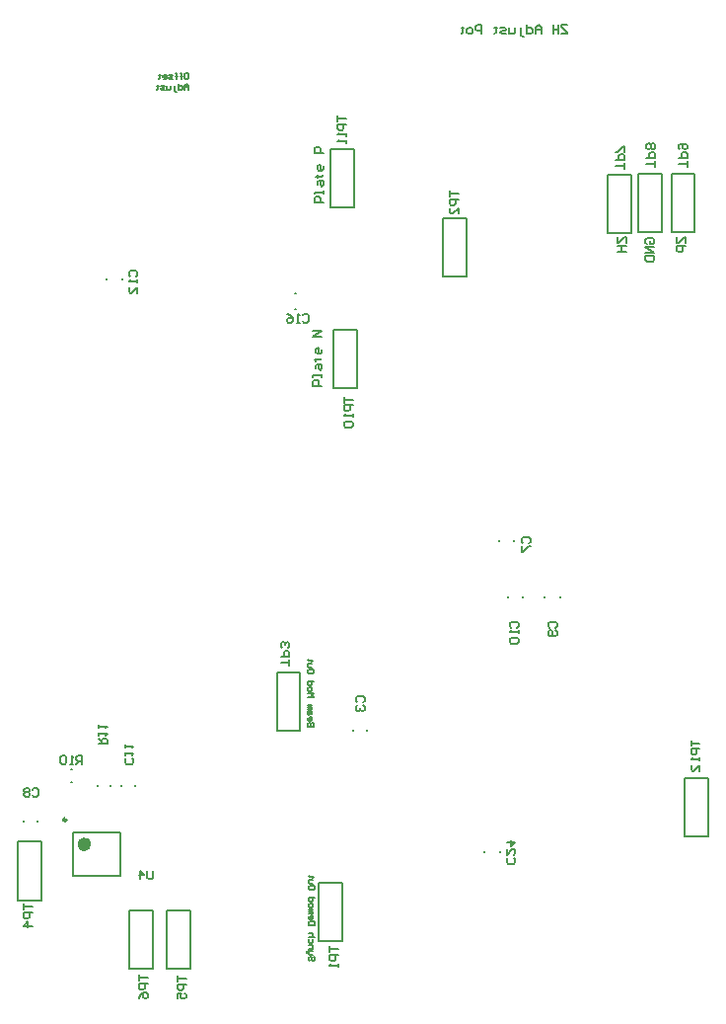
<source format=gbr>
%TF.GenerationSoftware,Altium Limited,Altium Designer,18.0.9 (584)*%
G04 Layer_Color=32896*
%FSLAX26Y26*%
%MOIN*%
%TF.FileFunction,Legend,Bot*%
%TF.Part,Single*%
G01*
G75*
%TA.AperFunction,NonConductor*%
%ADD50C,0.009842*%
%ADD51C,0.023622*%
%ADD52C,0.007874*%
%ADD53C,0.005000*%
%ADD54C,0.005906*%
D50*
X381339Y1121252D02*
G03*
X381339Y1121252I-4921J0D01*
G01*
D51*
X454173Y1038575D02*
G03*
X454173Y1038575I-11811J0D01*
G01*
D52*
X1795535Y1011142D02*
Y1015079D01*
X1848685Y1011142D02*
Y1015079D01*
X571685Y2944142D02*
Y2948079D01*
X518535Y2944142D02*
Y2948079D01*
X2051575Y1873032D02*
Y1876968D01*
X1998425Y1873032D02*
Y1876968D01*
X1895709Y2061599D02*
Y2065535D01*
X1842559Y2061599D02*
Y2065535D01*
X1154165Y2846992D02*
X1158102D01*
X1154165Y2900142D02*
X1158102D01*
X282748Y1115142D02*
Y1119079D01*
X237472Y1115142D02*
Y1119079D01*
X1924606Y1873032D02*
Y1876968D01*
X1875394Y1873032D02*
Y1876968D01*
X1351472Y1421142D02*
Y1425079D01*
X1396748Y1421142D02*
Y1425079D01*
X402992Y1077945D02*
X564410D01*
X402992Y932275D02*
X564410D01*
X402992D02*
Y1077945D01*
X564410Y932275D02*
Y1077945D01*
X398142Y1290764D02*
X402079D01*
X398142Y1247457D02*
X402079D01*
X486457Y1236142D02*
Y1240079D01*
X529764Y1236142D02*
Y1240079D01*
X613748Y1236142D02*
Y1240079D01*
X568472Y1236142D02*
Y1240079D01*
D53*
X674283Y815449D02*
X674283Y618598D01*
X595543D02*
X674283D01*
X595543D02*
Y815449D01*
X674283D01*
X1275741Y3386622D02*
X1275741Y3189772D01*
X1275741Y3386622D02*
X1354481D01*
Y3189772D02*
Y3386622D01*
X1275741Y3189772D02*
X1354481D01*
X1362480Y2776449D02*
X1362480Y2579598D01*
X1283740D02*
X1362480D01*
X1283740D02*
Y2776449D01*
X1362480D01*
X2426740Y3300622D02*
X2426741Y3103772D01*
X2426740Y3300622D02*
X2505481D01*
Y3103772D02*
Y3300622D01*
X2426741Y3103772D02*
X2505481D01*
X2315741Y3300622D02*
X2315741Y3103772D01*
X2315741Y3300622D02*
X2394481D01*
Y3103772D02*
Y3300622D01*
X2315741Y3103772D02*
X2394481D01*
X2210740Y3299322D02*
X2210741Y3102472D01*
X2210740Y3299322D02*
X2289481D01*
Y3102472D02*
Y3299322D01*
X2210741Y3102472D02*
X2289481D01*
X1654741Y3152622D02*
X1654741Y2955772D01*
X1654741Y3152622D02*
X1733481D01*
Y2955772D02*
Y3152622D01*
X1654741Y2955772D02*
X1733481D01*
X1092741Y1618622D02*
X1092741Y1421772D01*
X1092741Y1618622D02*
X1171481D01*
Y1421772D02*
Y1618622D01*
X1092741Y1421772D02*
X1171481D01*
X799480Y815449D02*
X799480Y618598D01*
X720740D02*
X799480D01*
X720740D02*
Y815449D01*
X799480D01*
X297128Y1047197D02*
X297128Y850346D01*
X218388D02*
X297128D01*
X218388D02*
Y1047197D01*
X297128D01*
X1314480Y909449D02*
X1314480Y712598D01*
X1235740D02*
X1314480D01*
X1235740D02*
Y909449D01*
X1314480D01*
X2471740Y1262622D02*
X2471741Y1065772D01*
X2471740Y1262622D02*
X2550481D01*
Y1065772D02*
Y1262622D01*
X2471741Y1065772D02*
X2550481D01*
X784113Y3642760D02*
X790778D01*
X794110Y3639428D01*
Y3626099D01*
X790778Y3622767D01*
X784113D01*
X780781Y3626099D01*
Y3639428D01*
X784113Y3642760D01*
X770784Y3622767D02*
Y3639428D01*
Y3632764D01*
X774117D01*
X767452D01*
X770784D01*
Y3639428D01*
X767452Y3642760D01*
X754123Y3622767D02*
Y3639428D01*
Y3632764D01*
X757455D01*
X750791D01*
X754123D01*
Y3639428D01*
X750791Y3642760D01*
X740794Y3622767D02*
X730797D01*
X727465Y3626099D01*
X730797Y3629431D01*
X737462D01*
X740794Y3632764D01*
X737462Y3636096D01*
X727465D01*
X710804Y3622767D02*
X717468D01*
X720801Y3626099D01*
Y3632764D01*
X717468Y3636096D01*
X710804D01*
X707472Y3632764D01*
Y3629431D01*
X720801D01*
X697475Y3639428D02*
Y3636096D01*
X700807D01*
X694143D01*
X697475D01*
Y3626099D01*
X694143Y3622767D01*
X794110Y3586775D02*
Y3600104D01*
X787446Y3606768D01*
X780781Y3600104D01*
Y3586775D01*
Y3596771D01*
X794110D01*
X760788Y3606768D02*
Y3586775D01*
X770784D01*
X774117Y3590107D01*
Y3596771D01*
X770784Y3600104D01*
X760788D01*
X754123Y3580110D02*
X750791D01*
X747459Y3583442D01*
Y3600104D01*
X734130D02*
Y3590107D01*
X730797Y3586775D01*
X720801D01*
Y3600104D01*
X714136Y3586775D02*
X704139D01*
X700807Y3590107D01*
X704139Y3593439D01*
X710804D01*
X714136Y3596771D01*
X710804Y3600104D01*
X700807D01*
X690810Y3603436D02*
Y3600104D01*
X694143D01*
X687478D01*
X690810D01*
Y3590107D01*
X687478Y3586775D01*
X1218772Y659439D02*
X1222104Y656107D01*
Y649442D01*
X1218772Y646110D01*
X1215439D01*
X1212107Y649442D01*
Y656107D01*
X1208775Y659439D01*
X1205443D01*
X1202110Y656107D01*
Y649442D01*
X1205443Y646110D01*
X1215439Y666104D02*
X1205443D01*
X1202110Y669436D01*
Y679433D01*
X1198778D01*
X1195446Y676101D01*
Y672768D01*
X1202110Y679433D02*
X1215439D01*
X1202110Y686097D02*
X1215439D01*
Y696094D01*
X1212107Y699426D01*
X1202110D01*
X1215439Y719420D02*
Y709423D01*
X1212107Y706091D01*
X1205443D01*
X1202110Y709423D01*
Y719420D01*
X1222104Y726084D02*
X1202110D01*
X1212107D01*
X1215439Y729417D01*
Y736081D01*
X1212107Y739413D01*
X1202110D01*
X1222104Y766071D02*
X1202110D01*
Y776068D01*
X1205443Y779400D01*
X1218772D01*
X1222104Y776068D01*
Y766071D01*
X1202110Y796062D02*
Y789397D01*
X1205443Y786065D01*
X1212107D01*
X1215439Y789397D01*
Y796062D01*
X1212107Y799394D01*
X1208775D01*
Y786065D01*
X1202110Y806058D02*
X1215439D01*
Y809390D01*
X1212107Y812723D01*
X1202110D01*
X1212107D01*
X1215439Y816055D01*
X1212107Y819387D01*
X1202110D01*
Y829384D02*
Y836048D01*
X1205443Y839381D01*
X1212107D01*
X1215439Y836048D01*
Y829384D01*
X1212107Y826052D01*
X1205443D01*
X1202110Y829384D01*
X1222104Y859374D02*
X1202110D01*
Y849378D01*
X1205443Y846045D01*
X1212107D01*
X1215439Y849378D01*
Y859374D01*
X1222104Y896029D02*
Y889365D01*
X1218772Y886032D01*
X1205443D01*
X1202110Y889365D01*
Y896029D01*
X1205443Y899361D01*
X1218772D01*
X1222104Y896029D01*
X1215439Y906026D02*
X1205443D01*
X1202110Y909358D01*
Y919355D01*
X1215439D01*
X1218772Y929351D02*
X1215439D01*
Y926019D01*
Y932684D01*
Y929351D01*
X1205443D01*
X1202110Y932684D01*
X1218104Y1436110D02*
X1198110D01*
Y1446107D01*
X1201443Y1449439D01*
X1204775D01*
X1208107Y1446107D01*
Y1436110D01*
Y1446107D01*
X1211439Y1449439D01*
X1214772D01*
X1218104Y1446107D01*
Y1436110D01*
X1198110Y1466101D02*
Y1459436D01*
X1201443Y1456104D01*
X1208107D01*
X1211439Y1459436D01*
Y1466101D01*
X1208107Y1469433D01*
X1204775D01*
Y1456104D01*
X1211439Y1479429D02*
Y1486094D01*
X1208107Y1489426D01*
X1198110D01*
Y1479429D01*
X1201443Y1476097D01*
X1204775Y1479429D01*
Y1489426D01*
X1198110Y1496091D02*
X1211439D01*
Y1499423D01*
X1208107Y1502755D01*
X1198110D01*
X1208107D01*
X1211439Y1506088D01*
X1208107Y1509420D01*
X1198110D01*
Y1536078D02*
X1218104D01*
X1211439Y1542742D01*
X1218104Y1549407D01*
X1198110D01*
Y1559403D02*
Y1566068D01*
X1201443Y1569400D01*
X1208107D01*
X1211439Y1566068D01*
Y1559403D01*
X1208107Y1556071D01*
X1201443D01*
X1198110Y1559403D01*
X1218104Y1589394D02*
X1198110D01*
Y1579397D01*
X1201443Y1576065D01*
X1208107D01*
X1211439Y1579397D01*
Y1589394D01*
X1218104Y1626049D02*
Y1619384D01*
X1214772Y1616052D01*
X1201443D01*
X1198110Y1619384D01*
Y1626049D01*
X1201443Y1629381D01*
X1214772D01*
X1218104Y1626049D01*
X1211439Y1636045D02*
X1201443D01*
X1198110Y1639378D01*
Y1649374D01*
X1211439D01*
X1214772Y1659371D02*
X1211439D01*
Y1656039D01*
Y1662703D01*
Y1659371D01*
X1201443D01*
X1198110Y1662703D01*
D54*
X2015402Y1770321D02*
X2010482Y1775241D01*
Y1785080D01*
X2015402Y1790000D01*
X2035080D01*
X2040000Y1785080D01*
Y1775241D01*
X2035080Y1770321D01*
Y1760482D02*
X2040000Y1755562D01*
Y1745723D01*
X2035080Y1740803D01*
X2015402D01*
X2010482Y1745723D01*
Y1755562D01*
X2015402Y1760482D01*
X2020321D01*
X2025241Y1755562D01*
Y1740803D01*
X1180321Y2824598D02*
X1185241Y2829518D01*
X1195080D01*
X1200000Y2824598D01*
Y2804920D01*
X1195080Y2800000D01*
X1185241D01*
X1180321Y2804920D01*
X1170482Y2800000D02*
X1160642D01*
X1165562D01*
Y2829518D01*
X1170482Y2824598D01*
X1126205Y2829518D02*
X1136044Y2824598D01*
X1145883Y2814759D01*
Y2804920D01*
X1140964Y2800000D01*
X1131124D01*
X1126205Y2804920D01*
Y2809839D01*
X1131124Y2814759D01*
X1145883D01*
X2243592Y3088110D02*
Y3068432D01*
X2248512D01*
X2268191Y3088110D01*
X2273110D01*
Y3068432D01*
X2243592Y3058592D02*
X2273110D01*
X2258351D01*
Y3038913D01*
X2243592D01*
X2273110D01*
X2343512Y3065432D02*
X2338592Y3070351D01*
Y3080191D01*
X2343512Y3085110D01*
X2363191D01*
X2368110Y3080191D01*
Y3070351D01*
X2363191Y3065432D01*
X2353351D01*
Y3075271D01*
X2368110Y3055592D02*
X2338592D01*
X2368110Y3035913D01*
X2338592D01*
Y3026074D02*
X2368110D01*
Y3011315D01*
X2363191Y3006395D01*
X2343512D01*
X2338592Y3011315D01*
Y3026074D01*
X2444592Y3087110D02*
Y3067432D01*
X2449512D01*
X2469191Y3087110D01*
X2474110D01*
Y3067432D01*
Y3057592D02*
X2444592D01*
Y3042833D01*
X2449512Y3037913D01*
X2459351D01*
X2464271Y3042833D01*
Y3057592D01*
X2075000Y3804518D02*
X2055321D01*
Y3799598D01*
X2075000Y3779920D01*
Y3775000D01*
X2055321D01*
X2045482Y3804518D02*
Y3775000D01*
Y3789759D01*
X2025803D01*
Y3804518D01*
Y3775000D01*
X1986446D02*
Y3794679D01*
X1976606Y3804518D01*
X1966767Y3794679D01*
Y3775000D01*
Y3789759D01*
X1986446D01*
X1937249Y3804518D02*
Y3775000D01*
X1952008D01*
X1956928Y3779920D01*
Y3789759D01*
X1952008Y3794679D01*
X1937249D01*
X1927409Y3765161D02*
X1922490D01*
X1917570Y3770080D01*
Y3794679D01*
X1897891D02*
Y3779920D01*
X1892972Y3775000D01*
X1878213D01*
Y3794679D01*
X1868373Y3775000D02*
X1853614D01*
X1848695Y3779920D01*
X1853614Y3784839D01*
X1863454D01*
X1868373Y3789759D01*
X1863454Y3794679D01*
X1848695D01*
X1833936Y3799598D02*
Y3794679D01*
X1838855D01*
X1829016D01*
X1833936D01*
Y3779920D01*
X1829016Y3775000D01*
X1784739D02*
Y3804518D01*
X1769980D01*
X1765060Y3799598D01*
Y3789759D01*
X1769980Y3784839D01*
X1784739D01*
X1750301Y3775000D02*
X1740462D01*
X1735542Y3779920D01*
Y3789759D01*
X1740462Y3794679D01*
X1750301D01*
X1755221Y3789759D01*
Y3779920D01*
X1750301Y3775000D01*
X1720783Y3799598D02*
Y3794679D01*
X1725703D01*
X1715863D01*
X1720783D01*
Y3779920D01*
X1715863Y3775000D01*
X1249110Y3205110D02*
X1219592D01*
Y3219869D01*
X1224512Y3224789D01*
X1234351D01*
X1239271Y3219869D01*
Y3205110D01*
X1249110Y3234628D02*
Y3244468D01*
Y3239548D01*
X1219592D01*
Y3234628D01*
X1229431Y3264146D02*
Y3273986D01*
X1234351Y3278905D01*
X1249110D01*
Y3264146D01*
X1244190Y3259227D01*
X1239271Y3264146D01*
Y3278905D01*
X1224512Y3293664D02*
X1229431D01*
Y3288745D01*
Y3298584D01*
Y3293664D01*
X1244190D01*
X1249110Y3298584D01*
Y3328102D02*
Y3318263D01*
X1244190Y3313343D01*
X1234351D01*
X1229431Y3318263D01*
Y3328102D01*
X1234351Y3333022D01*
X1239271D01*
Y3313343D01*
X1249110Y3372379D02*
X1219592D01*
Y3387138D01*
X1224512Y3392058D01*
X1234351D01*
X1239271Y3387138D01*
Y3372379D01*
X1244110Y2586110D02*
X1214592D01*
Y2600869D01*
X1219512Y2605789D01*
X1229351D01*
X1234271Y2600869D01*
Y2586110D01*
X1244110Y2615628D02*
Y2625468D01*
Y2620548D01*
X1214592D01*
Y2615628D01*
X1224431Y2645146D02*
Y2654986D01*
X1229351Y2659905D01*
X1244110D01*
Y2645146D01*
X1239190Y2640227D01*
X1234271Y2645146D01*
Y2659905D01*
X1219512Y2674664D02*
X1224431D01*
Y2669745D01*
Y2679584D01*
Y2674664D01*
X1239190D01*
X1244110Y2679584D01*
Y2709102D02*
Y2699263D01*
X1239190Y2694343D01*
X1229351D01*
X1224431Y2699263D01*
Y2709102D01*
X1229351Y2714022D01*
X1234271D01*
Y2694343D01*
X1244110Y2753379D02*
X1214592D01*
X1244110Y2773058D01*
X1214592D01*
X1925402Y2055321D02*
X1920482Y2060241D01*
Y2070080D01*
X1925402Y2075000D01*
X1945080D01*
X1950000Y2070080D01*
Y2060241D01*
X1945080Y2055321D01*
X1920482Y2045482D02*
Y2025803D01*
X1925402D01*
X1945080Y2045482D01*
X1950000D01*
X1365512Y1517431D02*
X1360592Y1522351D01*
Y1532190D01*
X1365512Y1537110D01*
X1385190D01*
X1390110Y1532190D01*
Y1522351D01*
X1385190Y1517431D01*
X1365512Y1507592D02*
X1360592Y1502672D01*
Y1492833D01*
X1365512Y1487913D01*
X1370431D01*
X1375351Y1492833D01*
Y1497753D01*
Y1492833D01*
X1380271Y1487913D01*
X1385190D01*
X1390110Y1492833D01*
Y1502672D01*
X1385190Y1507592D01*
X1885402Y1770321D02*
X1880482Y1775241D01*
Y1785080D01*
X1885402Y1790000D01*
X1905080D01*
X1910000Y1785080D01*
Y1775241D01*
X1905080Y1770321D01*
X1910000Y1760482D02*
Y1750642D01*
Y1755562D01*
X1880482D01*
X1885402Y1760482D01*
Y1735883D02*
X1880482Y1730964D01*
Y1721124D01*
X1885402Y1716205D01*
X1905080D01*
X1910000Y1721124D01*
Y1730964D01*
X1905080Y1735883D01*
X1885402D01*
X597512Y2954432D02*
X592592Y2959351D01*
Y2969191D01*
X597512Y2974110D01*
X617191D01*
X622110Y2969191D01*
Y2959351D01*
X617191Y2954432D01*
X622110Y2944592D02*
Y2934753D01*
Y2939672D01*
X592592D01*
X597512Y2944592D01*
X622110Y2900315D02*
Y2919994D01*
X602432Y2900315D01*
X597512D01*
X592592Y2905235D01*
Y2915074D01*
X597512Y2919994D01*
X1893709Y992789D02*
X1898628Y987869D01*
Y978030D01*
X1893709Y973110D01*
X1874030D01*
X1869110Y978030D01*
Y987869D01*
X1874030Y992789D01*
X1869110Y1022307D02*
Y1002628D01*
X1888789Y1022307D01*
X1893709D01*
X1898628Y1017387D01*
Y1007548D01*
X1893709Y1002628D01*
X1869110Y1046905D02*
X1898628D01*
X1883869Y1032146D01*
Y1051825D01*
X1271592Y694110D02*
Y674432D01*
Y684271D01*
X1301110D01*
Y664592D02*
X1271592D01*
Y649833D01*
X1276512Y644913D01*
X1286351D01*
X1291271Y649833D01*
Y664592D01*
X1301110Y635074D02*
Y625235D01*
Y630154D01*
X1271592D01*
X1276512Y635074D01*
X1135628Y1642110D02*
Y1661789D01*
Y1651950D01*
X1106110D01*
Y1671628D02*
X1135628D01*
Y1686387D01*
X1130709Y1691307D01*
X1120869D01*
X1115950Y1686387D01*
Y1671628D01*
X1130709Y1701146D02*
X1135628Y1706066D01*
Y1715905D01*
X1130709Y1720825D01*
X1125789D01*
X1120869Y1715905D01*
Y1710986D01*
Y1715905D01*
X1115950Y1720825D01*
X1111030D01*
X1106110Y1715905D01*
Y1706066D01*
X1111030Y1701146D01*
X1676592Y3246110D02*
Y3226432D01*
Y3236271D01*
X1706110D01*
Y3216592D02*
X1676592D01*
Y3201833D01*
X1681512Y3196913D01*
X1691351D01*
X1696271Y3201833D01*
Y3216592D01*
X1706110Y3167395D02*
Y3187074D01*
X1686431Y3167395D01*
X1681512D01*
X1676592Y3172315D01*
Y3182154D01*
X1681512Y3187074D01*
X236592Y837110D02*
Y817432D01*
Y827271D01*
X266110D01*
Y807592D02*
X236592D01*
Y792833D01*
X241512Y787913D01*
X251351D01*
X256271Y792833D01*
Y807592D01*
X266110Y763315D02*
X236592D01*
X251351Y778074D01*
Y758395D01*
X757592Y596110D02*
Y576432D01*
Y586271D01*
X787110D01*
Y566592D02*
X757592D01*
Y551833D01*
X762512Y546913D01*
X772351D01*
X777271Y551833D01*
Y566592D01*
X757592Y517395D02*
Y537074D01*
X772351D01*
X767432Y527235D01*
Y522315D01*
X772351Y517395D01*
X782191D01*
X787110Y522315D01*
Y532154D01*
X782191Y537074D01*
X2267518Y3318000D02*
Y3337679D01*
Y3327839D01*
X2238000D01*
Y3347518D02*
X2267518D01*
Y3362277D01*
X2262598Y3367197D01*
X2252759D01*
X2247839Y3362277D01*
Y3347518D01*
X2267518Y3377036D02*
Y3396715D01*
X2262598D01*
X2242920Y3377036D01*
X2238000D01*
X2370975Y3325709D02*
Y3345387D01*
Y3335548D01*
X2341457D01*
Y3355227D02*
X2370975D01*
Y3369986D01*
X2366055Y3374906D01*
X2356216D01*
X2351296Y3369986D01*
Y3355227D01*
X2366055Y3384745D02*
X2370975Y3389665D01*
Y3399504D01*
X2366055Y3404424D01*
X2361135D01*
X2356216Y3399504D01*
X2351296Y3404424D01*
X2346376D01*
X2341457Y3399504D01*
Y3389665D01*
X2346376Y3384745D01*
X2351296D01*
X2356216Y3389665D01*
X2361135Y3384745D01*
X2366055D01*
X2356216Y3389665D02*
Y3399504D01*
X2479518Y3325000D02*
Y3344679D01*
Y3334839D01*
X2450000D01*
Y3354518D02*
X2479518D01*
Y3369277D01*
X2474598Y3374197D01*
X2464759D01*
X2459839Y3369277D01*
Y3354518D01*
X2454920Y3384036D02*
X2450000Y3388956D01*
Y3398795D01*
X2454920Y3403715D01*
X2474598D01*
X2479518Y3398795D01*
Y3388956D01*
X2474598Y3384036D01*
X2469679D01*
X2464759Y3388956D01*
Y3403715D01*
X1320482Y2550000D02*
Y2530321D01*
Y2540161D01*
X1350000D01*
Y2520482D02*
X1320482D01*
Y2505723D01*
X1325402Y2500803D01*
X1335241D01*
X1340161Y2505723D01*
Y2520482D01*
X1350000Y2490964D02*
Y2481124D01*
Y2486044D01*
X1320482D01*
X1325402Y2490964D01*
Y2466365D02*
X1320482Y2461446D01*
Y2451606D01*
X1325402Y2446687D01*
X1345080D01*
X1350000Y2451606D01*
Y2461446D01*
X1345080Y2466365D01*
X1325402D01*
X1298592Y3499110D02*
Y3479432D01*
Y3489271D01*
X1328110D01*
Y3469592D02*
X1298592D01*
Y3454833D01*
X1303512Y3449913D01*
X1313351D01*
X1318271Y3454833D01*
Y3469592D01*
X1328110Y3440074D02*
Y3430235D01*
Y3435154D01*
X1298592D01*
X1303512Y3440074D01*
X1328110Y3415476D02*
Y3405636D01*
Y3410556D01*
X1298592D01*
X1303512Y3415476D01*
X2492592Y1390110D02*
Y1370431D01*
Y1380271D01*
X2522110D01*
Y1360592D02*
X2492592D01*
Y1345833D01*
X2497512Y1340913D01*
X2507351D01*
X2512271Y1345833D01*
Y1360592D01*
X2522110Y1331074D02*
Y1321235D01*
Y1326154D01*
X2492592D01*
X2497512Y1331074D01*
X2522110Y1286797D02*
Y1306476D01*
X2502432Y1286797D01*
X2497512D01*
X2492592Y1291717D01*
Y1301556D01*
X2497512Y1306476D01*
X267321Y1223598D02*
X272241Y1228518D01*
X282080D01*
X287000Y1223598D01*
Y1203920D01*
X282080Y1199000D01*
X272241D01*
X267321Y1203920D01*
X257482Y1223598D02*
X252562Y1228518D01*
X242723D01*
X237803Y1223598D01*
Y1218679D01*
X242723Y1213759D01*
X237803Y1208839D01*
Y1203920D01*
X242723Y1199000D01*
X252562D01*
X257482Y1203920D01*
Y1208839D01*
X252562Y1213759D01*
X257482Y1218679D01*
Y1223598D01*
X252562Y1213759D02*
X242723D01*
X603709Y1329789D02*
X608628Y1324869D01*
Y1315030D01*
X603709Y1310110D01*
X584030D01*
X579110Y1315030D01*
Y1324869D01*
X584030Y1329789D01*
X579110Y1339628D02*
Y1349468D01*
Y1344548D01*
X608628D01*
X603709Y1339628D01*
X579110Y1364227D02*
Y1374066D01*
Y1369146D01*
X608628D01*
X603709Y1364227D01*
X435110Y1309110D02*
Y1338628D01*
X420351D01*
X415432Y1333709D01*
Y1323869D01*
X420351Y1318950D01*
X435110D01*
X425271D02*
X415432Y1309110D01*
X405592D02*
X395753D01*
X400672D01*
Y1338628D01*
X405592Y1333709D01*
X380994D02*
X376074Y1338628D01*
X366235D01*
X361315Y1333709D01*
Y1314030D01*
X366235Y1309110D01*
X376074D01*
X380994Y1314030D01*
Y1333709D01*
X491110Y1377110D02*
X520628D01*
Y1391869D01*
X515709Y1396789D01*
X505869D01*
X500950Y1391869D01*
Y1377110D01*
Y1386950D02*
X491110Y1396789D01*
Y1406628D02*
Y1416468D01*
Y1411548D01*
X520628D01*
X515709Y1406628D01*
X491110Y1431227D02*
Y1441066D01*
Y1436146D01*
X520628D01*
X515709Y1431227D01*
X626592Y597110D02*
Y577432D01*
Y587271D01*
X656110D01*
Y567592D02*
X626592D01*
Y552833D01*
X631512Y547913D01*
X641351D01*
X646271Y552833D01*
Y567592D01*
X626592Y518395D02*
X631512Y528235D01*
X641351Y538074D01*
X651191D01*
X656110Y533154D01*
Y523315D01*
X651191Y518395D01*
X646271D01*
X641351Y523315D01*
Y538074D01*
X675000Y950132D02*
Y925534D01*
X670080Y920614D01*
X660241D01*
X655321Y925534D01*
Y950132D01*
X630723Y920614D02*
Y950132D01*
X645482Y935373D01*
X625803D01*
%TF.MD5,1a2810baf61108b228623192b081fde1*%
M02*

</source>
